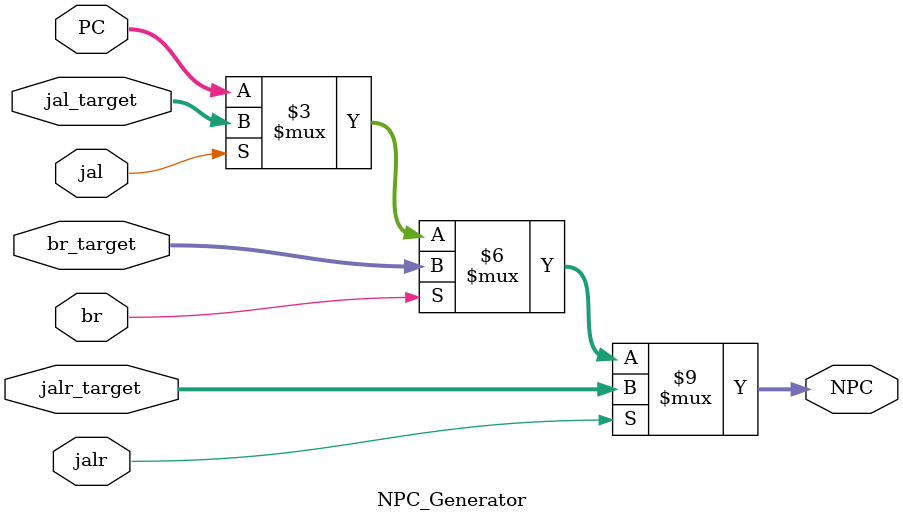
<source format=v>
`timescale 1ns / 1ps


//  功能说明
    //  根据跳转信号，决定执行的下一条指令地址
    //  debug端口用于simulation时批量写入数据，可以忽略
// 输入
    // PC                指令地址（PC + 4, 而非PC）
    // jal_target        jal跳转地址
    // jalr_target       jalr跳转地址
    // br_target         br跳转地址
    // jal               jal == 1时，有jal跳转
    // jalr              jalr == 1时，有jalr跳转
    // br                br == 1时，有br跳转
// 输出
    // NPC               下一条执行的指令地址
// 实验要求  
    // 实现NPC_Generator

module NPC_Generator(
    input wire [31:0] PC, jal_target, jalr_target, br_target,
    input wire jal, jalr, br,
    output reg [31:0] NPC
    );

    // TODO: Complete this module
    always@(*)
    begin
        if(jalr)
            NPC<=jalr_target;
        else if(br)
            NPC<=br_target;
        else if(jal)
            NPC<=jal_target;
        else
            NPC<=PC;
    end
endmodule

//完成实现
</source>
